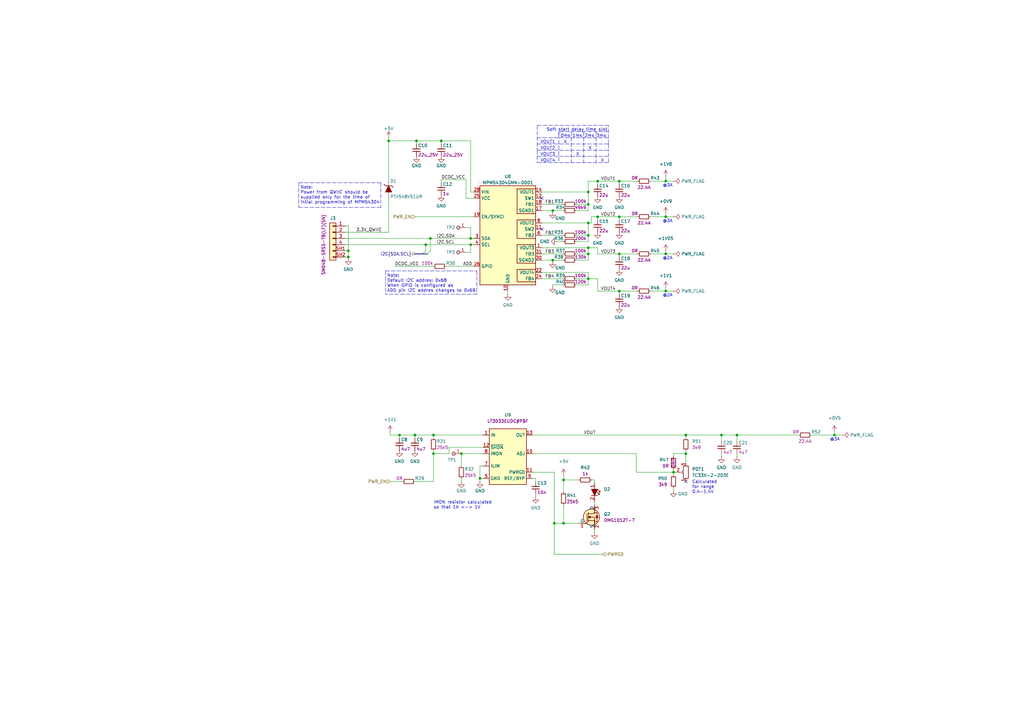
<source format=kicad_sch>
(kicad_sch (version 20211123) (generator eeschema)
  (paper "A3")
  (title_block (title "LPDDR5 SO-DIMM") (date "2023-12-19") (rev "1.0.0"))
  (junction (at 193.04 97.79))
  (junction (at 254 119.38))
  (junction (at 276.225 193.675))
  (junction (at 245.11 88.9))
  (junction (at 163.83 178.435))
  (junction (at 193.04 100.33))
  (junction (at 281.305 178.435))
  (junction (at 180.975 57.785))
  (junction (at 241.3 96.52))
  (junction (at 170.18 178.435))
  (junction (at 281.305 186.055))
  (junction (at 295.91 178.435))
  (junction (at 241.3 104.14))
  (junction (at 177.8 178.435))
  (junction (at 227.33 214.63))
  (junction (at 302.26 178.435))
  (junction (at 241.3 91.44))
  (junction (at 196.85 196.215))
  (junction (at 142.875 105.41))
  (junction (at 142.875 102.87))
  (junction (at 176.53 97.79))
  (junction (at 254 104.14))
  (junction (at 245.11 74.295))
  (junction (at 226.695 106.68))
  (junction (at 254 74.295))
  (junction (at 177.8 186.055))
  (junction (at 273.05 74.295))
  (junction (at 241.3 83.82))
  (junction (at 273.05 104.14))
  (junction (at 342.265 178.435))
  (junction (at 273.05 88.9))
  (junction (at 174.625 100.33))
  (junction (at 189.23 186.055))
  (junction (at 231.14 196.85))
  (junction (at 241.3 78.74))
  (junction (at 241.3 114.3))
  (junction (at 231.14 214.63))
  (junction (at 241.3 101.6))
  (junction (at 159.385 57.785))
  (junction (at 254 88.9))
  (junction (at 273.05 119.38))
  (junction (at 170.815 57.785))
  (junction (at 226.695 86.36))
  (no_connect (at 222.25 93.98))
  (no_connect (at 281.305 197.485))
  (no_connect (at 222.25 81.28))
  (bus_entry (at 174.625 102.87) (size -1.27 1.27))
  (bus_entry (at 176.53 102.87) (size -1.27 1.27))
  (wire (pts (xy 242.57 91.44) (xy 242.57 88.9)))
  (polyline (pts (xy 220.345 51.435) (xy 220.345 61.595)))
  (wire (pts (xy 180.975 73.66) (xy 180.975 74.93)))
  (wire (pts (xy 231.14 86.36) (xy 226.695 86.36)))
  (wire (pts (xy 231.14 194.945) (xy 231.14 196.85)))
  (wire (pts (xy 245.11 104.14) (xy 254 104.14)))
  (wire (pts (xy 218.44 196.215) (xy 219.71 196.215)))
  (wire (pts (xy 277.495 193.675) (xy 276.225 193.675)))
  (wire (pts (xy 219.71 202.565) (xy 219.71 203.835)))
  (polyline (pts (xy 195.58 120.65) (xy 158.115 120.65)))
  (wire (pts (xy 227.33 227.33) (xy 247.65 227.33)))
  (wire (pts (xy 191.135 93.345) (xy 193.04 93.345)))
  (wire (pts (xy 236.22 106.68) (xy 241.3 106.68)))
  (wire (pts (xy 245.11 88.9) (xy 245.11 90.17)))
  (wire (pts (xy 242.57 196.85) (xy 243.84 196.85)))
  (polyline (pts (xy 229.235 55.245) (xy 229.235 66.675)))
  (wire (pts (xy 198.12 183.515) (xy 184.15 183.515)))
  (wire (pts (xy 182.88 109.22) (xy 194.31 109.22)))
  (polyline (pts (xy 249.555 59.055) (xy 249.555 61.595)))
  (polyline (pts (xy 249.555 59.055) (xy 249.555 51.435)))
  (wire (pts (xy 163.83 178.435) (xy 170.18 178.435)))
  (polyline (pts (xy 244.475 53.975) (xy 244.475 66.675)))
  (wire (pts (xy 177.8 109.22) (xy 161.925 109.22)))
  (wire (pts (xy 222.25 111.76) (xy 241.3 111.76)))
  (wire (pts (xy 170.18 178.435) (xy 170.18 179.705)))
  (wire (pts (xy 276.225 187.325) (xy 276.225 186.055)))
  (wire (pts (xy 245.11 74.295) (xy 254 74.295)))
  (polyline (pts (xy 122.555 74.93) (xy 156.21 74.93)))
  (wire (pts (xy 245.11 74.295) (xy 245.11 75.565)))
  (wire (pts (xy 276.225 193.675) (xy 276.225 194.945)))
  (wire (pts (xy 231.14 196.85) (xy 237.49 196.85)))
  (wire (pts (xy 180.975 57.785) (xy 180.975 59.055)))
  (wire (pts (xy 266.7 74.295) (xy 273.05 74.295)))
  (wire (pts (xy 231.14 214.63) (xy 237.49 214.63)))
  (wire (pts (xy 302.26 178.435) (xy 302.26 180.975)))
  (wire (pts (xy 302.26 178.435) (xy 327.66 178.435)))
  (wire (pts (xy 222.25 114.3) (xy 231.14 114.3)))
  (wire (pts (xy 281.305 179.705) (xy 281.305 178.435)))
  (wire (pts (xy 191.135 103.505) (xy 193.04 103.505)))
  (polyline (pts (xy 220.345 61.595) (xy 220.345 66.675)))
  (wire (pts (xy 177.8 178.435) (xy 198.12 178.435)))
  (wire (pts (xy 163.83 178.435) (xy 163.83 179.705)))
  (wire (pts (xy 141.605 100.33) (xy 174.625 100.33)))
  (wire (pts (xy 189.23 196.215) (xy 189.23 197.485)))
  (wire (pts (xy 226.695 86.36) (xy 226.695 86.995)))
  (polyline (pts (xy 158.115 111.125) (xy 195.58 111.125)))
  (wire (pts (xy 254 74.295) (xy 254 75.565)))
  (wire (pts (xy 266.7 104.14) (xy 273.05 104.14)))
  (wire (pts (xy 196.85 196.215) (xy 198.12 196.215)))
  (wire (pts (xy 227.33 193.675) (xy 227.33 214.63)))
  (polyline (pts (xy 249.555 53.975) (xy 229.235 53.975)))
  (wire (pts (xy 295.91 186.055) (xy 295.91 187.325)))
  (wire (pts (xy 226.695 106.68) (xy 231.14 106.68)))
  (wire (pts (xy 241.3 116.84) (xy 241.3 114.3)))
  (bus (pts (xy 175.26 104.14) (xy 173.355 104.14)))
  (wire (pts (xy 254 104.14) (xy 254 105.41)))
  (wire (pts (xy 241.3 91.44) (xy 241.3 96.52)))
  (wire (pts (xy 273.05 88.9) (xy 276.225 88.9)))
  (wire (pts (xy 236.22 83.82) (xy 241.3 83.82)))
  (wire (pts (xy 222.25 91.44) (xy 241.3 91.44)))
  (wire (pts (xy 170.18 88.9) (xy 194.31 88.9)))
  (wire (pts (xy 226.695 106.68) (xy 226.695 107.315)))
  (wire (pts (xy 142.875 102.87) (xy 142.875 105.41)))
  (wire (pts (xy 196.85 197.485) (xy 196.85 196.215)))
  (polyline (pts (xy 220.345 56.515) (xy 249.555 56.515)))
  (wire (pts (xy 196.85 191.135) (xy 196.85 196.215)))
  (polyline (pts (xy 220.345 59.055) (xy 249.555 59.055)))
  (wire (pts (xy 241.3 86.36) (xy 241.3 83.82)))
  (wire (pts (xy 184.15 183.515) (xy 184.15 186.055)))
  (wire (pts (xy 222.25 96.52) (xy 231.14 96.52)))
  (wire (pts (xy 198.12 186.055) (xy 189.23 186.055)))
  (wire (pts (xy 241.3 74.295) (xy 245.11 74.295)))
  (wire (pts (xy 243.84 205.74) (xy 243.84 207.01)))
  (wire (pts (xy 342.265 178.435) (xy 345.44 178.435)))
  (wire (pts (xy 231.14 196.85) (xy 231.14 201.93)))
  (wire (pts (xy 193.04 97.79) (xy 194.31 97.79)))
  (wire (pts (xy 189.23 186.055) (xy 189.23 191.135)))
  (wire (pts (xy 254 74.295) (xy 261.62 74.295)))
  (wire (pts (xy 254 119.38) (xy 261.62 119.38)))
  (polyline (pts (xy 229.235 53.975) (xy 229.235 55.245)))
  (wire (pts (xy 266.7 88.9) (xy 273.05 88.9)))
  (wire (pts (xy 228.6 99.06) (xy 231.14 99.06)))
  (wire (pts (xy 218.44 193.675) (xy 227.33 193.675)))
  (wire (pts (xy 159.385 56.515) (xy 159.385 57.785)))
  (wire (pts (xy 198.12 191.135) (xy 196.85 191.135)))
  (wire (pts (xy 142.875 92.71) (xy 141.605 92.71)))
  (wire (pts (xy 176.53 97.79) (xy 193.04 97.79)))
  (wire (pts (xy 193.04 103.505) (xy 193.04 100.33)))
  (wire (pts (xy 174.625 100.33) (xy 193.04 100.33)))
  (polyline (pts (xy 158.115 111.125) (xy 158.115 120.65)))
  (polyline (pts (xy 195.58 111.125) (xy 195.58 120.65)))
  (wire (pts (xy 266.7 119.38) (xy 273.05 119.38)))
  (wire (pts (xy 245.11 114.3) (xy 245.11 119.38)))
  (wire (pts (xy 227.33 214.63) (xy 231.14 214.63)))
  (wire (pts (xy 184.15 186.055) (xy 177.8 186.055)))
  (wire (pts (xy 254 88.9) (xy 261.62 88.9)))
  (wire (pts (xy 236.22 114.3) (xy 241.3 114.3)))
  (polyline (pts (xy 229.235 53.975) (xy 229.235 55.245)))
  (polyline (pts (xy 156.21 85.09) (xy 122.555 85.09)))
  (wire (pts (xy 222.25 83.82) (xy 231.14 83.82)))
  (polyline (pts (xy 249.555 51.435) (xy 220.345 51.435)))
  (wire (pts (xy 160.02 197.485) (xy 165.1 197.485)))
  (wire (pts (xy 254 119.38) (xy 254 120.65)))
  (wire (pts (xy 227.33 214.63) (xy 227.33 227.33)))
  (wire (pts (xy 160.02 178.435) (xy 163.83 178.435)))
  (wire (pts (xy 241.3 104.14) (xy 241.3 106.68)))
  (wire (pts (xy 236.22 104.14) (xy 241.3 104.14)))
  (wire (pts (xy 141.605 97.79) (xy 176.53 97.79)))
  (wire (pts (xy 191.135 81.28) (xy 191.135 73.66)))
  (wire (pts (xy 218.44 178.435) (xy 281.305 178.435)))
  (wire (pts (xy 142.875 105.41) (xy 142.875 106.045)))
  (wire (pts (xy 302.26 186.055) (xy 302.26 187.325)))
  (wire (pts (xy 281.305 178.435) (xy 295.91 178.435)))
  (wire (pts (xy 241.3 101.6) (xy 241.3 104.14)))
  (wire (pts (xy 281.305 184.785) (xy 281.305 186.055)))
  (wire (pts (xy 276.225 192.405) (xy 276.225 193.675)))
  (wire (pts (xy 243.84 217.17) (xy 243.84 218.44)))
  (wire (pts (xy 273.05 104.14) (xy 276.225 104.14)))
  (wire (pts (xy 236.22 116.84) (xy 241.3 116.84)))
  (polyline (pts (xy 220.345 66.675) (xy 249.555 66.675)))
  (wire (pts (xy 260.985 186.055) (xy 260.985 193.675)))
  (wire (pts (xy 174.625 100.33) (xy 174.625 102.87)))
  (wire (pts (xy 222.25 106.68) (xy 226.695 106.68)))
  (wire (pts (xy 260.985 193.675) (xy 276.225 193.675)))
  (wire (pts (xy 170.18 178.435) (xy 177.8 178.435)))
  (wire (pts (xy 159.385 57.785) (xy 170.815 57.785)))
  (wire (pts (xy 176.53 97.79) (xy 176.53 102.87)))
  (wire (pts (xy 273.05 74.295) (xy 276.225 74.295)))
  (wire (pts (xy 218.44 186.055) (xy 260.985 186.055)))
  (wire (pts (xy 245.11 119.38) (xy 254 119.38)))
  (wire (pts (xy 141.605 102.87) (xy 142.875 102.87)))
  (wire (pts (xy 254 104.14) (xy 261.62 104.14)))
  (polyline (pts (xy 156.21 74.93) (xy 156.21 85.09)))
  (wire (pts (xy 222.25 78.74) (xy 241.3 78.74)))
  (wire (pts (xy 159.385 57.785) (xy 159.385 73.66)))
  (polyline (pts (xy 220.345 64.135) (xy 249.555 64.135)))
  (wire (pts (xy 241.3 114.3) (xy 241.3 111.76)))
  (wire (pts (xy 226.695 116.84) (xy 226.695 117.475)))
  (wire (pts (xy 245.11 88.9) (xy 254 88.9)))
  (wire (pts (xy 177.8 178.435) (xy 177.8 179.705)))
  (wire (pts (xy 177.8 197.485) (xy 177.8 186.055)))
  (wire (pts (xy 342.265 177.165) (xy 342.265 178.435)))
  (wire (pts (xy 273.05 102.87) (xy 273.05 104.14)))
  (wire (pts (xy 170.815 57.785) (xy 170.815 59.055)))
  (wire (pts (xy 295.91 178.435) (xy 295.91 180.975)))
  (wire (pts (xy 241.3 99.06) (xy 241.3 96.52)))
  (wire (pts (xy 160.02 177.165) (xy 160.02 178.435)))
  (wire (pts (xy 222.25 101.6) (xy 241.3 101.6)))
  (wire (pts (xy 273.05 72.39) (xy 273.05 74.295)))
  (wire (pts (xy 170.18 197.485) (xy 177.8 197.485)))
  (wire (pts (xy 177.8 186.055) (xy 177.8 184.785)))
  (wire (pts (xy 236.22 96.52) (xy 241.3 96.52)))
  (wire (pts (xy 193.04 100.33) (xy 194.31 100.33)))
  (wire (pts (xy 180.975 57.785) (xy 193.04 57.785)))
  (wire (pts (xy 273.05 119.38) (xy 276.225 119.38)))
  (polyline (pts (xy 220.345 61.595) (xy 249.555 61.595)))
  (wire (pts (xy 193.04 97.79) (xy 193.04 93.345)))
  (wire (pts (xy 241.3 74.295) (xy 241.3 78.74)))
  (wire (pts (xy 222.25 86.36) (xy 226.695 86.36)))
  (wire (pts (xy 231.14 207.01) (xy 231.14 214.63)))
  (wire (pts (xy 219.71 196.215) (xy 219.71 197.485)))
  (wire (pts (xy 276.225 186.055) (xy 281.305 186.055)))
  (wire (pts (xy 222.25 104.14) (xy 231.14 104.14)))
  (wire (pts (xy 191.135 73.66) (xy 180.975 73.66)))
  (wire (pts (xy 254 88.9) (xy 254 90.17)))
  (wire (pts (xy 141.605 95.25) (xy 159.385 95.25)))
  (wire (pts (xy 208.28 119.38) (xy 208.28 120.65)))
  (wire (pts (xy 332.74 178.435) (xy 342.265 178.435)))
  (wire (pts (xy 281.305 186.055) (xy 281.305 189.865)))
  (wire (pts (xy 245.11 101.6) (xy 245.11 104.14)))
  (polyline (pts (xy 122.555 74.93) (xy 122.555 85.09)))
  (wire (pts (xy 141.605 105.41) (xy 142.875 105.41)))
  (wire (pts (xy 295.91 178.435) (xy 302.26 178.435)))
  (wire (pts (xy 242.57 88.9) (xy 245.11 88.9)))
  (wire (pts (xy 193.04 78.74) (xy 194.31 78.74)))
  (wire (pts (xy 243.84 196.85) (xy 243.84 198.12)))
  (wire (pts (xy 241.3 78.74) (xy 241.3 83.82)))
  (wire (pts (xy 273.05 118.11) (xy 273.05 119.38)))
  (wire (pts (xy 276.225 200.025) (xy 276.225 201.295)))
  (wire (pts (xy 236.22 99.06) (xy 241.3 99.06)))
  (wire (pts (xy 159.385 81.28) (xy 159.385 95.25)))
  (bus (pts (xy 173.355 104.14) (xy 170.18 104.14)))
  (wire (pts (xy 142.875 102.87) (xy 142.875 92.71)))
  (wire (pts (xy 241.3 101.6) (xy 245.11 101.6)))
  (wire (pts (xy 245.11 114.3) (xy 241.3 114.3)))
  (wire (pts (xy 231.14 116.84) (xy 226.695 116.84)))
  (wire (pts (xy 236.22 86.36) (xy 241.3 86.36)))
  (wire (pts (xy 273.05 87.63) (xy 273.05 88.9)))
  (wire (pts (xy 170.815 57.785) (xy 180.975 57.785)))
  (wire (pts (xy 191.135 81.28) (xy 194.31 81.28)))
  (polyline (pts (xy 234.315 53.975) (xy 234.315 66.675)))
  (wire (pts (xy 241.3 91.44) (xy 242.57 91.44)))
  (polyline (pts (xy 239.395 53.975) (xy 239.395 66.675)))
  (polyline (pts (xy 249.555 66.675) (xy 249.555 61.595)))
  (wire (pts (xy 193.04 57.785) (xy 193.04 78.74)))
  (text "@2A" (at 271.78 121.92 0) (effects (font (size 1.27 1.27)) (justify left bottom)))
  (text "Soft start delay time slot" (at 224.155 53.975 0) (effects (font (size 1.27 1.27)) (justify left bottom)))
  (text "X" (at 236.22 64.135 0) (effects (font (size 1.27 1.27)) (justify left bottom)))
  (text "@2A" (at 271.78 106.68 0) (effects (font (size 1.27 1.27)) (justify left bottom)))
  (text "VOUT4" (at 221.615 66.675 0) (effects (font (size 1.27 1.27)) (justify left bottom)))
  (text "VOUT1" (at 221.615 59.055 0) (effects (font (size 1.27 1.27)) (justify left bottom)))
  (text "@3A" (at 271.78 91.44 0) (effects (font (size 1.27 1.27)) (justify left bottom)))
  (text "Note: \nDefault I2C addres: 0x68\nWhen GPIO is configured as \nADD pin I2C addres changes to 0x6B" (at 158.75 120.015 0) (effects (font (size 1.27 1.27)) (justify left bottom)))
  (text "Note:\nPower from QWIIC should be\nsupplied only for the time of\nintial programming of MPM54304\n" (at 123.19 83.82 0) (effects (font (size 1.27 1.27)) (justify left bottom)))
  (text "Calculated\nfor range\n0.4-1.4V" (at 283.845 202.565 0) (effects (font (size 1.27 1.27)) (justify left bottom)))
  (text "X" (at 241.3 61.595 0) (effects (font (size 1.27 1.27)) (justify left bottom)))
  (text "VOUT3" (at 221.615 64.135 0) (effects (font (size 1.27 1.27)) (justify left bottom)))
  (text "@3A" (at 340.36 180.975 0) (effects (font (size 1.27 1.27)) (justify left bottom)))
  (text "X" (at 246.38 66.675 0) (effects (font (size 1.27 1.27)) (justify left bottom)))
  (text "VOUT2" (at 221.615 61.595 0) (effects (font (size 1.27 1.27)) (justify left bottom)))
  (text "@3A" (at 271.78 76.835 0) (effects (font (size 1.27 1.27)) (justify left bottom)))
  (text "0ms 1ms 2ms 3ms" (at 229.87 56.515 0) (effects (font (size 1.27 1.27)) (justify left bottom)))
  (text "X" (at 231.14 59.055 0) (effects (font (size 1.27 1.27)) (justify left bottom)))
  (text "IMON resistor calculated\nso that 1A <-> 1V" (at 177.8 208.915 0) (effects (font (size 1.27 1.27)) (justify left bottom)))
  (label "FB1" (at 227.33 83.82 180))
  (label "VOUT" (at 239.395 178.435 0))
  (label "FB2" (at 227.33 96.52 180))
  (label "VOUT3" (at 246.38 104.14 0))
  (label "VOUT2" (at 246.38 88.9 0))
  (label "VOUT4" (at 246.38 119.38 0))
  (label "I2C.SCL" (at 179.07 100.33 0))
  (label "FB4" (at 227.33 114.3 180))
  (label "FB3" (at 227.33 104.14 180))
  (label "ADD" (at 189.865 109.22 0))
  (label "DCDC_VCC" (at 161.925 109.22 0))
  (label "I2C.SDA" (at 179.07 97.79 0))
  (label "DCDC_VCC" (at 180.975 73.66 0))
  (label "3.3V_QWIIC" (at 146.05 95.25 0))
  (label "VOUT1" (at 246.38 74.295 0))
  (hierarchical_label "PWRGD" (shape output) (at 247.65 227.33 0))
  (hierarchical_label "PWR_EN" (shape input) (at 160.02 197.485 180))
  (hierarchical_label "PWR_EN" (shape input) (at 170.18 88.9 180))
  (hierarchical_label "I2C{SDA,SCL}" (shape bidirectional) (at 170.18 104.14 180))
  (symbol (lib_id "antmicropower:+1V05") (at 273.05 102.87 0) (unit 1)
    (property "Reference" "#PWR0149" (effects hide))
    (property "Value" "+1V05" (at 273.05 97.79 0))
  )
  (symbol (lib_id "antmicroCapacitors0402:C_4u7_0402") (at 170.18 184.785 90) (unit 1)
    (property "Reference" "C9" (at 170.815 180.34 90) (effects (justify right)))
    (property "Value" "C_4u7_0402" (effects hide))
    (property "Footprint" "antmicro-footprints:C_0402_1005Metric" (effects hide))
    (property "Datasheet" "https://www.murata.com/products/productdetail?partno=GRM155R61A475MEAA%23" (effects hide))
    (property "MPN" "GRM155R61A475MEAAD" (effects hide))
    (property "Manufacturer" "Murata" (effects hide))
    (property "License" "Apache-2.0" (effects hide))
    (property "Author" "Antmicro" (effects hide))
    (property "Val" "4u7" (at 170.815 184.15 90) (effects (justify right)))
  )
  (symbol (lib_id "antmicroResistors0402:R_3k9_0402") (at 276.225 200.025 90) (unit 1)
    (property "Reference" "R50" (at 273.685 196.2149 90) (effects (justify left)))
    (property "Value" "R_3k9_0402" (effects hide))
    (property "Footprint" "antmicro-footprints:R_0402_1005Metric" (effects hide))
    (property "Datasheet" "https://www.bourns.com/docs/product-datasheets/cr.pdf" (effects hide))
    (property "MPN" "CR0402-FX-3901GLF" (effects hide))
    (property "Manufacturer" "Bourns" (effects hide))
    (property "License" "Apache-2.0" (effects hide))
    (property "Author" "Antmicro" (effects hide))
    (property "Val" "3k9" (at 273.685 198.7549 90) (effects (justify left)))
    (property "Tolerance" "1%" (effects hide))
  )
  (symbol (lib_id "antmicropower:PWR_FLAG") (at 276.225 119.38 270) (unit 1)
    (property "Reference" "#FLG0102" (effects hide))
    (property "Value" "PWR_FLAG" (at 279.4 119.38 90) (effects (justify left)))
  )
  (symbol (lib_id "antmicropower:GND") (at 189.23 197.485 0) (unit 1)
    (property "Reference" "#PWR0166" (effects hide))
    (property "Value" "GND" (at 189.23 201.295 0))
    (property "Author" "Antmicro" (effects hide))
    (property "License" "Apache-2.0" (effects hide))
  )
  (symbol (lib_id "antmicroCapacitors0603:C_22u_0603") (at 254 95.25 90) (unit 1)
    (property "Reference" "C17" (at 254.635 90.805 90) (effects (justify right)))
    (property "Value" "C_22u_0603" (effects hide))
    (property "Footprint" "antmicro-footprints:C_0603_1608Metric" (effects hide))
    (property "Datasheet" "https://www.murata.com/products/productdetail?partno=GRM188R60J226MEA0%23" (effects hide))
    (property "MPN" "GRM188R60J226MEA0D" (effects hide))
    (property "Manufacturer" "Murata" (effects hide))
    (property "License" "Apache-2.0" (effects hide))
    (property "Author" "Antmicro" (effects hide))
    (property "Val" "22u" (at 254.635 94.615 90) (effects (justify right)))
  )
  (symbol (lib_id "antmicroCapacitors0402:C_10n_0402") (at 219.71 202.565 90) (unit 1)
    (property "Reference" "C13" (at 220.345 198.12 90) (effects (justify right)))
    (property "Value" "C_10n_0402" (effects hide))
    (property "Footprint" "antmicro-footprints:C_0402_1005Metric" (effects hide))
    (property "Datasheet" "https://www.murata.com/products/productdetail?partno=GRM155R71H103KA88%23" (effects hide))
    (property "MPN" "GRM155R71H103KA88D" (effects hide))
    (property "Manufacturer" "Murata" (effects hide))
    (property "License" "Apache-2.0" (effects hide))
    (property "Author" "Antmicro" (effects hide))
    (property "Val" "10n" (at 220.345 201.93 90) (effects (justify right)))
    (property "Voltage" "50V" (effects hide))
    (property "Dielectric" "X7R" (effects hide))
  )
  (symbol (lib_id "antmicroPMICVoltageRegulatorsDCDCSwitchingRegulators:MPM54304GMN-0001") (at 194.31 78.74 0) (unit 1)
    (property "Reference" "U8" (at 208.28 72.39 0))
    (property "Value" "MPM54304GMN-0001" (at 208.28 74.93 0))
    (property "Footprint" "antmicro-footprints:MPS_LGA-33" (effects hide))
    (property "Datasheet" "https://www.monolithicpower.com/en/documentview/productdocument/index/version/2/document_type/Datasheet/lang/en/sku/MPM54304/document_id/4982/" (effects hide))
    (property "MPN" "MPM54304GMN-0001" (effects hide))
    (property "Manufacturer" "Monolithic Power Systems" (effects hide))
    (property "Author" "Antmicro" (effects hide))
    (property "License" "Apache-2.0" (effects hide))
  )
  (symbol (lib_id "K410T-devboard:GND") (at 226.695 107.315 0) (unit 1)
    (property "Reference" "#PWR0221" (effects hide))
    (property "Value" "GND" (at 231.775 109.855 0) (effects (justify right)))
    (property "Author" "Antmicro" (effects hide))
    (property "License" "Apache-2.0" (effects hide))
  )
  (symbol (lib_id "antmicroCapacitorsmisc:C_22u_25V_0805") (at 170.815 64.135 90) (unit 1)
    (property "Reference" "C10" (at 171.45 59.69 90) (effects (justify right)))
    (property "Value" "C_22u_25V_0805" (effects hide))
    (property "Footprint" "antmicro-footprints:C_0805_2012Metric" (effects hide))
    (property "Datasheet" "https://product.samsungsem.com/mlcc/CL21A226MAYNNN.do" (effects hide))
    (property "MPN" "CL21A226MAYNNNE" (effects hide))
    (property "Manufacturer" "Samsung Electro-Mechanics" (effects hide))
    (property "License" "Apache-2.0" (effects hide))
    (property "Author" "Antmicro" (effects hide))
    (property "Val" "22u_25V" (at 171.45 63.5 90) (effects (justify right)))
  )
  (symbol (lib_id "antmicroTestPoints:TP_1mm_SMD") (at 191.135 103.505 0) (mirror y) (unit 1)
    (property "Reference" "TP3" (at 186.69 103.505 0) (effects (justify left)))
    (property "Value" "TP_1mm_SMD" (effects hide))
    (property "Footprint" "antmicro-footprints:TP_SMD_1mm" (effects hide))
    (property "Author" "Antmicro" (effects hide))
    (property "License" "Apache-2.0" (effects hide))
  )
  (symbol (lib_id "antmicroPMICVoltageRegulatorsLinear:LT3033EUDC_QFN") (at 198.12 178.435 0) (unit 1)
    (property "Reference" "U9" (at 208.28 170.18 0))
    (property "Value" "LT3033EUDC_QFN" (effects hide))
    (property "Footprint" "antmicro-footprints:QFN-20-4EP_3x4x0.75mm_P0.5mm_Layout4x6_LT3033" (effects hide))
    (property "Datasheet" "https://www.analog.com/media/en/technical-documentation/data-sheets/LT3033.pdf" (effects hide))
    (property "MPN" "LT3033EUDC#PBF" (at 208.28 172.72 0))
    (property "Manufacturer" "Analog Devices" (effects hide))
    (property "Author" "Antmicro" (effects hide))
    (property "License" "Apache-2.0" (effects hide))
  )
  (symbol (lib_id "antmicroResistors0402:R_49k9_0402") (at 231.14 86.36 0) (unit 1)
    (property "Reference" "R34" (at 229.87 85.09 0))
    (property "Value" "R_49k9_0402" (effects hide))
    (property "Footprint" "antmicro-footprints:R_0402_1005Metric" (effects hide))
    (property "Datasheet" "https://www.bourns.com/docs/product-datasheets/cr.pdf" (effects hide))
    (property "MPN" "CR0402-FX-4992GLF" (effects hide))
    (property "Manufacturer" "Bourns" (effects hide))
    (property "License" "Apache-2.0" (effects hide))
    (property "Author" "Antmicro" (effects hide))
    (property "Val" "49k9" (at 238.125 85.09 0))
    (property "Tolerance" "1%" (effects hide))
  )
  (symbol (lib_id "K410T-devboard:GND") (at 226.695 86.995 0) (unit 1)
    (property "Reference" "#PWR0225" (effects hide))
    (property "Value" "GND" (at 231.775 89.535 0) (effects (justify right)))
    (property "Author" "Antmicro" (effects hide))
    (property "License" "Apache-2.0" (effects hide))
  )
  (symbol (lib_id "antmicropower:+0V9") (at 273.05 87.63 0) (unit 1)
    (property "Reference" "#PWR0208" (effects hide))
    (property "Value" "+0V9" (at 273.05 82.55 0))
  )
  (symbol (lib_id "antmicropower:+5V") (at 231.14 194.945 0) (unit 1)
    (property "Reference" "#PWR0212" (effects hide))
    (property "Value" "+5V" (at 231.14 189.23 0))
    (property "Author" "Antmicro" (effects hide))
    (property "License" "Apache-2.0" (effects hide))
  )
  (symbol (lib_id "antmicroResistors0402:R_25k5_0402") (at 177.8 184.785 90) (unit 1)
    (property "Reference" "R31" (at 179.07 180.975 90) (effects (justify right)))
    (property "Value" "R_25k5_0402" (effects hide))
    (property "Footprint" "antmicro-footprints:R_0402_1005Metric" (effects hide))
    (property "Datasheet" "https://www.bourns.com/docs/product-datasheets/cr.pdf" (effects hide))
    (property "MPN" "CR0402-FX-2552GLF" (effects hide))
    (property "Manufacturer" "Bourns" (effects hide))
    (property "License" "Apache-2.0" (effects hide))
    (property "Author" "Antmicro" (effects hide))
    (property "Val" "25k5" (at 179.07 183.515 90) (effects (justify right)))
    (property "Tolerance" "1%" (effects hide))
  )
  (symbol (lib_id "antmicroResistors0603:R_0R_22.4A_0603") (at 266.7 88.9 0) (mirror y) (unit 1)
    (property "Reference" "R44" (at 266.7 87.63 0) (effects (justify right)))
    (property "Value" "R_0R_22.4A_0603" (effects hide))
    (property "Footprint" "antmicro-footprints:R_0603_1608Metric" (effects hide))
    (property "Datasheet" "https://fscdn.rohm.com/en/products/databook/datasheet/passive/resistor/chip_resistor/pmr-jpw-e.pdf" (effects hide))
    (property "MPN" "PMR03EZPJ000" (effects hide))
    (property "Manufacturer" "ROHM Semiconductor" (effects hide))
    (property "Val" "0R" (at 260.35 87.63 0))
    (property "Max. Curr." "22.4A" (at 264.16 91.44 0))
    (property "Author" "Antmicro" (effects hide))
    (property "License" "Apache-2.0" (effects hide))
    (property "Tolerance" "template_tolerance" (effects hide))
  )
  (symbol (lib_id "antmicropower:GND") (at 243.84 218.44 0) (unit 1)
    (property "Reference" "#PWR0210" (effects hide))
    (property "Value" "GND" (at 243.84 222.885 0))
    (property "Author" "Antmicro" (effects hide))
    (property "License" "Apache-2.0" (effects hide))
  )
  (symbol (lib_id "antmicroCapacitors0402:C_4u7_0402") (at 302.26 186.055 90) (unit 1)
    (property "Reference" "C21" (at 302.895 181.61 90) (effects (justify right)))
    (property "Value" "C_4u7_0402" (effects hide))
    (property "Footprint" "antmicro-footprints:C_0402_1005Metric" (effects hide))
    (property "Datasheet" "https://www.murata.com/products/productdetail?partno=GRM155R61A475MEAA%23" (effects hide))
    (property "MPN" "GRM155R61A475MEAAD" (effects hide))
    (property "Manufacturer" "Murata" (effects hide))
    (property "License" "Apache-2.0" (effects hide))
    (property "Author" "Antmicro" (effects hide))
    (property "Val" "4u7" (at 302.895 185.42 90) (effects (justify right)))
  )
  (symbol (lib_id "antmicroResistors0402:R_100k_0402") (at 177.8 109.22 0) (unit 1)
    (property "Reference" "R30" (at 182.88 107.95 0) (effects (justify left)))
    (property "Value" "R_100k_0402" (effects hide))
    (property "Footprint" "antmicro-footprints:R_0402_1005Metric" (effects hide))
    (property "Datasheet" "https://www.bourns.com/docs/product-datasheets/cr.pdf" (effects hide))
    (property "MPN" "CR0402-FX-1003GLF" (effects hide))
    (property "Manufacturer" "Bourns" (effects hide))
    (property "License" "Apache-2.0" (effects hide))
    (property "Author" "Antmicro" (effects hide))
    (property "Val" "100k" (at 175.26 107.95 0))
    (property "Tolerance" "1%" (effects hide))
  )
  (symbol (lib_id "antmicropower:+1V8") (at 273.05 72.39 0) (unit 1)
    (property "Reference" "#PWR0209" (effects hide))
    (property "Value" "+1V8" (at 273.05 67.31 0))
    (property "Author" "Antmicro" (effects hide))
    (property "License" "Apache-2.0" (effects hide))
  )
  (symbol (lib_id "antmicroLEDIndicationDiscrete:LED_G_0603_KP-1608CGCK") (at 243.84 198.12 270) (unit 1)
    (property "Reference" "D2" (at 247.65 200.6599 90) (effects (justify left)))
    (property "Value" "LED_G_0603_KP-1608CGCK" (effects hide))
    (property "Footprint" "antmicro-footprints:LED_0603_1608Metric_G" (effects hide))
    (property "Datasheet" "http://www.farnell.com/datasheets/2045956.pdf" (effects hide))
    (property "MPN" "KP-1608CGCK" (effects hide))
    (property "Manufacturer" "Kingbright" (effects hide))
    (property "Author" "Antmicro" (effects hide))
    (property "License" "Apache-2.0" (effects hide))
  )
  (symbol (lib_id "antmicropower:GND") (at 245.11 80.645 0) (unit 1)
    (property "Reference" "#PWR0223" (effects hide))
    (property "Value" "GND" (at 245.11 85.09 0))
    (property "Author" "Antmicro" (effects hide))
    (property "License" "Apache-2.0" (effects hide))
  )
  (symbol (lib_id "antmicroResistors0402:R_100k_0402") (at 231.14 96.52 0) (unit 1)
    (property "Reference" "R35" (at 229.235 95.25 0))
    (property "Value" "R_100k_0402" (effects hide))
    (property "Footprint" "antmicro-footprints:R_0402_1005Metric" (effects hide))
    (property "Datasheet" "https://www.bourns.com/docs/product-datasheets/cr.pdf" (effects hide))
    (property "MPN" "CR0402-FX-1003GLF" (effects hide))
    (property "Manufacturer" "Bourns" (effects hide))
    (property "License" "Apache-2.0" (effects hide))
    (property "Author" "Antmicro" (effects hide))
    (property "Val" "100k" (at 238.125 95.25 0))
    (property "Tolerance" "1%" (effects hide))
  )
  (symbol (lib_id "antmicroResistors0402:R_0R_0402") (at 276.225 192.405 90) (unit 1)
    (property "Reference" "R47" (at 274.32 188.595 90) (effects (justify left)))
    (property "Value" "R_0R_0402" (effects hide))
    (property "Footprint" "antmicro-footprints:R_0402_1005Metric" (effects hide))
    (property "Datasheet" "https://industrial.panasonic.com/cdbs/www-data/pdf/RDA0000/AOA0000C301.pdf" (effects hide))
    (property "MPN" "ERJ2GE0R00X" (effects hide))
    (property "Manufacturer" "Panasonic" (effects hide))
    (property "License" "Apache-2.0" (effects hide))
    (property "Author" "Antmicro" (effects hide))
    (property "Val" "0R" (at 274.32 191.135 90) (effects (justify left)))
    (property "Current" "1A" (effects hide))
    (property "DNP" "DNP" (at 276.225 191.77 0) (effects (justify left)))
  )
  (symbol (lib_id "antmicroCapacitors0402:C_4u7_0402") (at 163.83 184.785 90) (unit 1)
    (property "Reference" "C8" (at 164.465 180.34 90) (effects (justify right)))
    (property "Value" "C_4u7_0402" (effects hide))
    (property "Footprint" "antmicro-footprints:C_0402_1005Metric" (effects hide))
    (property "Datasheet" "https://www.murata.com/products/productdetail?partno=GRM155R61A475MEAA%23" (effects hide))
    (property "MPN" "GRM155R61A475MEAAD" (effects hide))
    (property "Manufacturer" "Murata" (effects hide))
    (property "License" "Apache-2.0" (effects hide))
    (property "Author" "Antmicro" (effects hide))
    (property "Val" "4u7" (at 164.465 184.15 90) (effects (justify right)))
  )
  (symbol (lib_id "antmicropower:GND") (at 254 80.645 0) (unit 1)
    (property "Reference" "#PWR0207" (effects hide))
    (property "Value" "GND" (at 254 85.09 0))
    (property "Author" "Antmicro" (effects hide))
    (property "License" "Apache-2.0" (effects hide))
  )
  (symbol (lib_id "antmicropower:PWR_FLAG") (at 345.44 178.435 270) (unit 1)
    (property "Reference" "#FLG0103" (effects hide))
    (property "Value" "PWR_FLAG" (at 348.615 178.435 90) (effects (justify left)))
  )
  (symbol (lib_id "antmicropower:PWR_FLAG") (at 276.225 104.14 270) (unit 1)
    (property "Reference" "#FLG0101" (effects hide))
    (property "Value" "PWR_FLAG" (at 279.4 104.14 90) (effects (justify left)))
  )
  (symbol (lib_id "antmicroResistors0402:R_3k9_0402") (at 281.305 184.785 90) (unit 1)
    (property "Reference" "R51" (at 283.845 180.9749 90) (effects (justify right)))
    (property "Value" "R_3k9_0402" (effects hide))
    (property "Footprint" "antmicro-footprints:R_0402_1005Metric" (effects hide))
    (property "Datasheet" "https://www.bourns.com/docs/product-datasheets/cr.pdf" (effects hide))
    (property "MPN" "CR0402-FX-3901GLF" (effects hide))
    (property "Manufacturer" "Bourns" (effects hide))
    (property "License" "Apache-2.0" (effects hide))
    (property "Author" "Antmicro" (effects hide))
    (property "Val" "3k9" (at 283.845 183.5149 90) (effects (justify right)))
    (property "Tolerance" "1%" (effects hide))
  )
  (symbol (lib_id "antmicroCapacitors0603:C_22u_0603") (at 245.11 95.25 90) (unit 1)
    (property "Reference" "C15" (at 245.745 90.805 90) (effects (justify right)))
    (property "Value" "C_22u_0603" (effects hide))
    (property "Footprint" "antmicro-footprints:C_0603_1608Metric" (effects hide))
    (property "Datasheet" "https://www.murata.com/products/productdetail?partno=GRM188R60J226MEA0%23" (effects hide))
    (property "MPN" "GRM188R60J226MEA0D" (effects hide))
    (property "Manufacturer" "Murata" (effects hide))
    (property "License" "Apache-2.0" (effects hide))
    (property "Author" "Antmicro" (effects hide))
    (property "Val" "22u" (at 245.745 94.615 90) (effects (justify right)))
  )
  (symbol (lib_id "antmicroCapacitorsmisc:C_22u_25V_0805") (at 180.975 64.135 90) (unit 1)
    (property "Reference" "C11" (at 181.61 59.69 90) (effects (justify right)))
    (property "Value" "C_22u_25V_0805" (effects hide))
    (property "Footprint" "antmicro-footprints:C_0805_2012Metric" (effects hide))
    (property "Datasheet" "https://product.samsungsem.com/mlcc/CL21A226MAYNNN.do" (effects hide))
    (property "MPN" "CL21A226MAYNNNE" (effects hide))
    (property "Manufacturer" "Samsung Electro-Mechanics" (effects hide))
    (property "License" "Apache-2.0" (effects hide))
    (property "Author" "Antmicro" (effects hide))
    (property "Val" "22u_25V" (at 181.61 63.5 90) (effects (justify right)))
  )
  (symbol (lib_id "K410T-devboard:GND") (at 228.6 99.06 270) (unit 1)
    (property "Reference" "#PWR0220" (effects hide))
    (property "Value" "GND" (at 225.425 99.06 90) (effects (justify right)))
    (property "Author" "Antmicro" (effects hide))
    (property "License" "Apache-2.0" (effects hide))
  )
  (symbol (lib_id "antmicroTestPoints:TP_1mm_SMD") (at 191.135 93.345 0) (mirror y) (unit 1)
    (property "Reference" "TP2" (at 186.69 93.345 0) (effects (justify left)))
    (property "Value" "TP_1mm_SMD" (effects hide))
    (property "Footprint" "antmicro-footprints:TP_SMD_1mm" (effects hide))
    (property "Author" "Antmicro" (effects hide))
    (property "License" "Apache-2.0" (effects hide))
  )
  (symbol (lib_id "antmicropower:PWR_FLAG") (at 276.225 88.9 270) (unit 1)
    (property "Reference" "#FLG0104" (effects hide))
    (property "Value" "PWR_FLAG" (at 279.4 88.9 90) (effects (justify left)))
  )
  (symbol (lib_id "antmicropower:GND") (at 170.18 184.785 0) (unit 1)
    (property "Reference" "#PWR0157" (effects hide))
    (property "Value" "GND" (at 170.18 189.23 0))
    (property "Author" "Antmicro" (effects hide))
    (property "License" "Apache-2.0" (effects hide))
  )
  (symbol (lib_id "antmicroCapacitors0402:C_4u7_0402") (at 295.91 186.055 90) (unit 1)
    (property "Reference" "C20" (at 296.545 181.61 90) (effects (justify right)))
    (property "Value" "C_4u7_0402" (effects hide))
    (property "Footprint" "antmicro-footprints:C_0402_1005Metric" (effects hide))
    (property "Datasheet" "https://www.murata.com/products/productdetail?partno=GRM155R61A475MEAA%23" (effects hide))
    (property "MPN" "GRM155R61A475MEAAD" (effects hide))
    (property "Manufacturer" "Murata" (effects hide))
    (property "License" "Apache-2.0" (effects hide))
    (property "Author" "Antmicro" (effects hide))
    (property "Val" "4u7" (at 296.545 185.42 90) (effects (justify right)))
  )
  (symbol (lib_id "antmicropower:GND") (at 254 110.49 0) (unit 1)
    (property "Reference" "#PWR0153" (effects hide))
    (property "Value" "GND" (at 254 114.935 0))
    (property "Author" "Antmicro" (effects hide))
    (property "License" "Apache-2.0" (effects hide))
  )
  (symbol (lib_id "antmicropower:+0V5") (at 342.265 177.165 0) (unit 1)
    (property "Reference" "#PWR0167" (effects hide))
    (property "Value" "+0V5" (at 342.265 171.45 0))
  )
  (symbol (lib_id "antmicropower:GND") (at 196.85 197.485 0) (unit 1)
    (property "Reference" "#PWR0163" (effects hide))
    (property "Value" "GND" (at 196.85 201.295 0))
    (property "Author" "Antmicro" (effects hide))
    (property "License" "Apache-2.0" (effects hide))
  )
  (symbol (lib_id "antmicropower:GND") (at 276.225 201.295 0) (unit 1)
    (property "Reference" "#PWR0206" (effects hide))
    (property "Value" "GND" (at 280.035 202.565 0))
    (property "Author" "Antmicro" (effects hide))
    (property "License" "Apache-2.0" (effects hide))
  )
  (symbol (lib_id "antmicroCapacitors0603:C_22u_0603") (at 254 80.645 90) (unit 1)
    (property "Reference" "C16" (at 254.635 76.2 90) (effects (justify right)))
    (property "Value" "C_22u_0603" (effects hide))
    (property "Footprint" "antmicro-footprints:C_0603_1608Metric" (effects hide))
    (property "Datasheet" "https://www.murata.com/products/productdetail?partno=GRM188R60J226MEA0%23" (effects hide))
    (property "MPN" "GRM188R60J226MEA0D" (effects hide))
    (property "Manufacturer" "Murata" (effects hide))
    (property "License" "Apache-2.0" (effects hide))
    (property "Author" "Antmicro" (effects hide))
    (property "Val" "22u" (at 254.635 80.01 90) (effects (justify right)))
  )
  (symbol (lib_id "antmicroResistors0402:R_130k_0402") (at 231.14 106.68 0) (unit 1)
    (property "Reference" "R38" (at 229.235 105.41 0))
    (property "Value" "R_130k_0402" (effects hide))
    (property "Footprint" "antmicro-footprints:R_0402_1005Metric" (effects hide))
    (property "Datasheet" "https://www.bourns.com/docs/product-datasheets/cr.pdf" (effects hide))
    (property "MPN" "CR0402-FX-1303GLF" (effects hide))
    (property "Manufacturer" "Bourns" (effects hide))
    (property "License" "Apache-2.0" (effects hide))
    (property "Author" "Antmicro" (effects hide))
    (property "Val" "130k" (at 238.125 105.41 0))
    (property "Tolerance" "1%" (effects hide))
  )
  (symbol (lib_id "antmicropower:GND") (at 180.975 64.135 0) (unit 1)
    (property "Reference" "#PWR0219" (effects hide))
    (property "Value" "GND" (at 180.975 67.945 0))
    (property "Author" "Antmicro" (effects hide))
    (property "License" "Apache-2.0" (effects hide))
  )
  (symbol (lib_id "antmicropower:GND") (at 295.91 187.325 0) (unit 1)
    (property "Reference" "#PWR0204" (effects hide))
    (property "Value" "GND" (at 295.91 191.77 0))
    (property "Author" "Antmicro" (effects hide))
    (property "License" "Apache-2.0" (effects hide))
  )
  (symbol (lib_id "antmicroResistors0402:R_0R_0402") (at 165.1 197.485 0) (unit 1)
    (property "Reference" "R29" (at 170.18 196.215 0) (effects (justify left)))
    (property "Value" "R_0R_0402" (effects hide))
    (property "Footprint" "antmicro-footprints:R_0402_1005Metric" (effects hide))
    (property "Datasheet" "https://industrial.panasonic.com/cdbs/www-data/pdf/RDA0000/AOA0000C301.pdf" (effects hide))
    (property "MPN" "ERJ2GE0R00X" (effects hide))
    (property "Manufacturer" "Panasonic" (effects hide))
    (property "License" "Apache-2.0" (effects hide))
    (property "Author" "Antmicro" (effects hide))
    (property "Val" "0R" (at 163.83 196.215 0))
    (property "Current" "1A" (effects hide))
  )
  (symbol (lib_id "antmicropower:GND") (at 208.28 120.65 0) (unit 1)
    (property "Reference" "#PWR0214" (effects hide))
    (property "Value" "GND" (at 208.28 125.095 0))
    (property "Author" "Antmicro" (effects hide))
    (property "License" "Apache-2.0" (effects hide))
  )
  (symbol (lib_id "antmicropower:GND") (at 245.11 95.25 0) (unit 1)
    (property "Reference" "#PWR0224" (effects hide))
    (property "Value" "GND" (at 245.11 99.695 0))
    (property "Author" "Antmicro" (effects hide))
    (property "License" "Apache-2.0" (effects hide))
  )
  (symbol (lib_id "antmicroResistors0402:R_25k5_0402") (at 231.14 207.01 90) (unit 1)
    (property "Reference" "R41" (at 232.41 203.2 90) (effects (justify right)))
    (property "Value" "R_25k5_0402" (effects hide))
    (property "Footprint" "antmicro-footprints:R_0402_1005Metric" (effects hide))
    (property "Datasheet" "https://www.bourns.com/docs/product-datasheets/cr.pdf" (effects hide))
    (property "MPN" "CR0402-FX-2552GLF" (effects hide))
    (property "Manufacturer" "Bourns" (effects hide))
    (property "License" "Apache-2.0" (effects hide))
    (property "Author" "Antmicro" (effects hide))
    (property "Val" "25k5" (at 232.41 205.74 90) (effects (justify right)))
    (property "Tolerance" "1%" (effects hide))
  )
  (symbol (lib_id "antmicroResistors0402:R_100k_0402") (at 231.14 114.3 0) (unit 1)
    (property "Reference" "R39" (at 229.87 113.03 0))
    (property "Value" "R_100k_0402" (effects hide))
    (property "Footprint" "antmicro-footprints:R_0402_1005Metric" (effects hide))
    (property "Datasheet" "https://www.bourns.com/docs/product-datasheets/cr.pdf" (effects hide))
    (property "MPN" "CR0402-FX-1003GLF" (effects hide))
    (property "Manufacturer" "Bourns" (effects hide))
    (property "License" "Apache-2.0" (effects hide))
    (property "Author" "Antmicro" (effects hide))
    (property "Val" "100k" (at 238.125 113.03 0))
    (property "Tolerance" "1%" (effects hide))
  )
  (symbol (lib_id "antmicropower:GND") (at 163.83 184.785 0) (unit 1)
    (property "Reference" "#PWR0158" (effects hide))
    (property "Value" "GND" (at 163.83 189.23 0))
    (property "Author" "Antmicro" (effects hide))
    (property "License" "Apache-2.0" (effects hide))
  )
  (symbol (lib_id "antmicropower:+5V") (at 159.385 56.515 0) (unit 1)
    (property "Reference" "#PWR0217" (effects hide))
    (property "Value" "+5V" (at 159.385 52.705 0))
    (property "Author" "Antmicro" (effects hide))
    (property "License" "Apache-2.0" (effects hide))
  )
  (symbol (lib_id "antmicropower:+1V1") (at 273.05 118.11 0) (unit 1)
    (property "Reference" "#PWR0152" (effects hide))
    (property "Value" "+1V1" (at 273.05 113.03 0))
  )
  (symbol (lib_id "antmicropower:PWR_FLAG") (at 276.225 74.295 270) (unit 1)
    (property "Reference" "#FLG0105" (effects hide))
    (property "Value" "PWR_FLAG" (at 279.4 74.295 90) (effects (justify left)))
  )
  (symbol (lib_id "antmicropower:GND") (at 180.975 80.01 0) (unit 1)
    (property "Reference" "#PWR0216" (effects hide))
    (property "Value" "GND" (at 180.975 84.455 0))
    (property "Author" "Antmicro" (effects hide))
    (property "License" "Apache-2.0" (effects hide))
  )
  (symbol (lib_id "antmicroResistors0603:R_0R_22.4A_0603") (at 332.74 178.435 0) (mirror y) (unit 1)
    (property "Reference" "R52" (at 332.74 177.165 0) (effects (justify right)))
    (property "Value" "R_0R_22.4A_0603" (effects hide))
    (property "Footprint" "antmicro-footprints:R_0603_1608Metric" (effects hide))
    (property "Datasheet" "https://fscdn.rohm.com/en/products/databook/datasheet/passive/resistor/chip_resistor/pmr-jpw-e.pdf" (effects hide))
    (property "MPN" "PMR03EZPJ000" (effects hide))
    (property "Manufacturer" "ROHM Semiconductor" (effects hide))
    (property "Val" "0R" (at 326.39 177.165 0))
    (property "Max. Curr." "22.4A" (at 330.2 180.975 0))
    (property "Author" "Antmicro" (effects hide))
    (property "License" "Apache-2.0" (effects hide))
    (property "Tolerance" "template_tolerance" (effects hide))
  )
  (symbol (lib_id "antmicropower:GND") (at 142.875 106.045 0) (unit 1)
    (property "Reference" "#PWR0222" (effects hide))
    (property "Value" "GND" (at 142.875 110.49 0))
    (property "Author" "Antmicro" (effects hide))
    (property "License" "Apache-2.0" (effects hide))
  )
  (symbol (lib_id "antmicroTransistorsFETsMOSFETsSingle:DMG1012T-7") (at 237.49 214.63 0) (unit 1)
    (property "Reference" "Q2" (at 247.65 210.8199 0) (effects (justify left)))
    (property "Value" "DMG1012T-7" (effects hide))
    (property "Footprint" "antmicro-footprints:SOT-523" (effects hide))
    (property "Datasheet" "https://www.diodes.com/assets/Datasheets/ds31783.pdf" (effects hide))
    (property "MPN" "DMG1012T-7" (at 247.65 213.3599 0) (effects (justify left)))
    (property "Manufacturer" "Diodes Incorporated" (effects hide))
    (property "Author" "Antmicro" (effects hide))
    (property "License" "Apache-2.0" (effects hide))
  )
  (symbol (lib_id "antmicroResistors0603:R_0R_22.4A_0603") (at 266.7 104.14 0) (mirror y) (unit 1)
    (property "Reference" "R45" (at 266.7 102.87 0) (effects (justify right)))
    (property "Value" "R_0R_22.4A_0603" (effects hide))
    (property "Footprint" "antmicro-footprints:R_0603_1608Metric" (effects hide))
    (property "Datasheet" "https://fscdn.rohm.com/en/products/databook/datasheet/passive/resistor/chip_resistor/pmr-jpw-e.pdf" (effects hide))
    (property "MPN" "PMR03EZPJ000" (effects hide))
    (property "Manufacturer" "ROHM Semiconductor" (effects hide))
    (property "Val" "0R" (at 260.35 102.87 0))
    (property "Max. Curr." "22.4A" (at 264.16 106.68 0))
    (property "Author" "Antmicro" (effects hide))
    (property "License" "Apache-2.0" (effects hide))
    (property "Tolerance" "template_tolerance" (effects hide))
  )
  (symbol (lib_id "antmicroTrimmerPotentiometers:TC33X-2-203E") (at 281.305 197.485 90) (unit 1)
    (property "Reference" "POT1" (at 283.845 192.4049 90) (effects (justify right)))
    (property "Value" "TC33X-2-203E" (at 283.845 194.9449 90) (effects (justify right)))
    (property "Footprint" "antmicro-footprints:Trimpot_3.8mmx3.6mm_TC33X-2-103E" (effects hide))
    (property "Datasheet" "https://www.bourns.com/docs/Product-Datasheets/TC33.pdf" (effects hide))
    (property "MPN" "TC33X-2-203E" (effects hide))
    (property "Manufacturer" "Bourns" (effects hide))
    (property "Author" "Antmicro" (effects hide))
    (property "License" "Apache-2.0" (effects hide))
  )
  (symbol (lib_id "antmicroCapacitors0603:C_22u_0603") (at 254 125.73 90) (unit 1)
    (property "Reference" "C19" (at 254.635 121.285 90) (effects (justify right)))
    (property "Value" "C_22u_0603" (effects hide))
    (property "Footprint" "antmicro-footprints:C_0603_1608Metric" (effects hide))
    (property "Datasheet" "https://www.murata.com/products/productdetail?partno=GRM188R60J226MEA0%23" (effects hide))
    (property "MPN" "GRM188R60J226MEA0D" (effects hide))
    (property "Manufacturer" "Murata" (effects hide))
    (property "License" "Apache-2.0" (effects hide))
    (property "Author" "Antmicro" (effects hide))
    (property "Val" "22u" (at 254.635 125.095 90) (effects (justify right)))
  )
  (symbol (lib_id "antmicropower:GND") (at 170.815 64.135 0) (unit 1)
    (property "Reference" "#PWR0218" (effects hide))
    (property "Value" "GND" (at 170.815 67.945 0))
    (property "Author" "Antmicro" (effects hide))
    (property "License" "Apache-2.0" (effects hide))
  )
  (symbol (lib_id "antmicropower:GND") (at 254 125.73 0) (unit 1)
    (property "Reference" "#PWR0213" (effects hide))
    (property "Value" "GND" (at 254 130.175 0))
    (property "Author" "Antmicro" (effects hide))
    (property "License" "Apache-2.0" (effects hide))
  )
  (symbol (lib_id "antmicroResistors0402:R_25k5_0402") (at 189.23 196.215 90) (unit 1)
    (property "Reference" "R32" (at 190.5 192.405 90) (effects (justify right)))
    (property "Value" "R_25k5_0402" (effects hide))
    (property "Footprint" "antmicro-footprints:R_0402_1005Metric" (effects hide))
    (property "Datasheet" "https://www.bourns.com/docs/product-datasheets/cr.pdf" (effects hide))
    (property "MPN" "CR0402-FX-2552GLF" (effects hide))
    (property "Manufacturer" "Bourns" (effects hide))
    (property "License" "Apache-2.0" (effects hide))
    (property "Author" "Antmicro" (effects hide))
    (property "Val" "25k5" (at 190.5 194.945 90) (effects (justify right)))
    (property "Tolerance" "1%" (effects hide))
  )
  (symbol (lib_id "antmicroDiodesRectifiersSingle:PTVS48VS1UR") (at 159.385 81.28 90) (unit 1)
    (property "Reference" "D1" (at 160.02 74.295 90) (effects (justify right)))
    (property "Value" "PTVS48VS1UR" (at 160.02 80.645 90) (effects (justify right)))
    (property "Footprint" "antmicro-footprints:D_SOD-123F" (effects hide))
    (property "Datasheet" "https://www.mouser.com/datasheet/2/916/PTVSXS1UR_SER-1545507.pdf" (effects hide))
    (property "MPN" "PTVS48VS1UR,115" (effects hide))
    (property "Manufacturer" "Nexperia" (effects hide))
    (property "Author" "Antmicro" (effects hide))
    (property "License" "Apache-2.0" (effects hide))
  )
  (symbol (lib_id "antmicroResistors0402:R_100k_0402") (at 231.14 83.82 0) (unit 1)
    (property "Reference" "R33" (at 229.235 82.55 0))
    (property "Value" "R_100k_0402" (effects hide))
    (property "Footprint" "antmicro-footprints:R_0402_1005Metric" (effects hide))
    (property "Datasheet" "https://www.bourns.com/docs/product-datasheets/cr.pdf" (effects hide))
    (property "MPN" "CR0402-FX-1003GLF" (effects hide))
    (property "Manufacturer" "Bourns" (effects hide))
    (property "License" "Apache-2.0" (effects hide))
    (property "Author" "Antmicro" (effects hide))
    (property "Val" "100k" (at 238.125 82.55 0))
    (property "Tolerance" "1%" (effects hide))
  )
  (symbol (lib_id "antmicroCapacitors0603:C_22u_0603") (at 254 110.49 90) (unit 1)
    (property "Reference" "C18" (at 254.635 106.045 90) (effects (justify right)))
    (property "Value" "C_22u_0603" (effects hide))
    (property "Footprint" "antmicro-footprints:C_0603_1608Metric" (effects hide))
    (property "Datasheet" "https://www.murata.com/products/productdetail?partno=GRM188R60J226MEA0%23" (effects hide))
    (property "MPN" "GRM188R60J226MEA0D" (effects hide))
    (property "Manufacturer" "Murata" (effects hide))
    (property "License" "Apache-2.0" (effects hide))
    (property "Author" "Antmicro" (effects hide))
    (property "Val" "22u" (at 254.635 109.855 90) (effects (justify right)))
  )
  (symbol (lib_id "antmicroCapacitors0603:C_22u_0603") (at 245.11 80.645 90) (unit 1)
    (property "Reference" "C14" (at 245.745 76.2 90) (effects (justify right)))
    (property "Value" "C_22u_0603" (effects hide))
    (property "Footprint" "antmicro-footprints:C_0603_1608Metric" (effects hide))
    (property "Datasheet" "https://www.murata.com/products/productdetail?partno=GRM188R60J226MEA0%23" (effects hide))
    (property "MPN" "GRM188R60J226MEA0D" (effects hide))
    (property "Manufacturer" "Murata" (effects hide))
    (property "License" "Apache-2.0" (effects hide))
    (property "Author" "Antmicro" (effects hide))
    (property "Val" "22u" (at 245.745 80.01 90) (effects (justify right)))
  )
  (symbol (lib_id "antmicroCapacitors0402:C_1u_0402") (at 180.975 80.01 90) (unit 1)
    (property "Reference" "C12" (at 181.61 75.565 90) (effects (justify right)))
    (property "Value" "C_1u_0402" (effects hide))
    (property "Footprint" "antmicro-footprints:C_0402_1005Metric" (effects hide))
    (property "Datasheet" "https://product.tdk.com/en/search/capacitor/ceramic/mlcc/info?part_no=C1005X6S1A105K050BC" (effects hide))
    (property "MPN" "C1005X6S1A105K050BC" (effects hide))
    (property "Manufacturer" "TDK" (effects hide))
    (property "License" "Apache-2.0" (effects hide))
    (property "Author" "Antmicro" (effects hide))
    (property "Val" "1u" (at 181.61 79.375 90) (effects (justify right)))
  )
  (symbol (lib_id "antmicroWire2BoardConnectors:JST_SH_1x4_SM04B-SRSS-TB-LF-SN") (at 141.605 92.71 0) (mirror y) (unit 1)
    (property "Reference" "J3" (at 136.525 89.535 0))
    (property "Value" "JST_SH_1x4_SM04B-SRSS-TB-LF-SN" (effects hide))
    (property "Footprint" "antmicro-footprints:Conn_JST_SH_1x4_SM04B-SRSS-TB-LF-SN" (effects hide))
    (property "Datasheet" "https://www.jst-mfg.com/product/pdf/eng/eSH.pdf" (effects hide))
    (property "MPN" "SM04B-SRSS-TB(LF)(SN)" (at 132.715 100.33 90))
    (property "Manufacturer" "JST Automotive Connectors" (effects hide))
    (property "Author" "Antmicro" (effects hide))
    (property "License" "Apache-2.0" (effects hide))
  )
  (symbol (lib_id "antmicroResistors0402:R_200k_0402") (at 231.14 99.06 0) (unit 1)
    (property "Reference" "R36" (at 229.235 97.79 0))
    (property "Value" "R_200k_0402" (effects hide))
    (property "Footprint" "antmicro-footprints:R_0402_1005Metric" (effects hide))
    (property "Datasheet" "https://www.bourns.com/docs/product-datasheets/cr.pdf" (effects hide))
    (property "MPN" "CR0402-FX-2003GLF" (effects hide))
    (property "Manufacturer" "Bourns" (effects hide))
    (property "License" "Apache-2.0" (effects hide))
    (property "Author" "Antmicro" (effects hide))
    (property "Val" "200k" (at 238.125 97.79 0))
    (property "Tolerance" "1%" (effects hide))
  )
  (symbol (lib_id "antmicroResistors0402:R_100k_0402") (at 231.14 104.14 0) (unit 1)
    (property "Reference" "R37" (at 229.87 102.87 0))
    (property "Value" "R_100k_0402" (effects hide))
    (property "Footprint" "antmicro-footprints:R_0402_1005Metric" (effects hide))
    (property "Datasheet" "https://www.bourns.com/docs/product-datasheets/cr.pdf" (effects hide))
    (property "MPN" "CR0402-FX-1003GLF" (effects hide))
    (property "Manufacturer" "Bourns" (effects hide))
    (property "License" "Apache-2.0" (effects hide))
    (property "Author" "Antmicro" (effects hide))
    (property "Val" "100k" (at 238.125 102.87 0))
    (property "Tolerance" "1%" (effects hide))
  )
  (symbol (lib_id "antmicroTestPoints:TP_0.75mm_SMD") (at 189.23 186.055 180) (unit 1)
    (property "Reference" "TP1" (at 185.42 188.595 0))
    (property "Value" "TP_0.75mm_SMD" (effects hide))
    (property "Footprint" "antmicro-footprints:TP_SMD_0.75mm" (effects hide))
    (property "Author" "Antmicro" (effects hide))
    (property "License" "Apache-2.0" (effects hide))
  )
  (symbol (lib_id "antmicroResistors0603:R_0R_22.4A_0603") (at 266.7 119.38 0) (mirror y) (unit 1)
    (property "Reference" "R46" (at 266.7 118.11 0) (effects (justify right)))
    (property "Value" "R_0R_22.4A_0603" (effects hide))
    (property "Footprint" "antmicro-footprints:R_0603_1608Metric" (effects hide))
    (property "Datasheet" "https://fscdn.rohm.com/en/products/databook/datasheet/passive/resistor/chip_resistor/pmr-jpw-e.pdf" (effects hide))
    (property "MPN" "PMR03EZPJ000" (effects hide))
    (property "Manufacturer" "ROHM Semiconductor" (effects hide))
    (property "Val" "0R" (at 260.35 118.11 0))
    (property "Max. Curr." "22.4A" (at 264.16 121.92 0))
    (property "Author" "Antmicro" (effects hide))
    (property "License" "Apache-2.0" (effects hide))
    (property "Tolerance" "template_tolerance" (effects hide))
  )
  (symbol (lib_id "antmicropower:+1V1") (at 160.02 177.165 0) (unit 1)
    (property "Reference" "#PWR0156" (effects hide))
    (property "Value" "+1V1" (at 160.02 172.085 0))
  )
  (symbol (lib_id "antmicropower:GND") (at 219.71 203.835 0) (unit 1)
    (property "Reference" "#PWR0211" (effects hide))
    (property "Value" "GND" (at 219.71 208.28 0))
    (property "Author" "Antmicro" (effects hide))
    (property "License" "Apache-2.0" (effects hide))
  )
  (symbol (lib_id "antmicroResistors0603:R_0R_22.4A_0603") (at 266.7 74.295 0) (mirror y) (unit 1)
    (property "Reference" "R43" (at 266.7 73.025 0) (effects (justify right)))
    (property "Value" "R_0R_22.4A_0603" (effects hide))
    (property "Footprint" "antmicro-footprints:R_0603_1608Metric" (effects hide))
    (property "Datasheet" "https://fscdn.rohm.com/en/products/databook/datasheet/passive/resistor/chip_resistor/pmr-jpw-e.pdf" (effects hide))
    (property "MPN" "PMR03EZPJ000" (effects hide))
    (property "Manufacturer" "ROHM Semiconductor" (effects hide))
    (property "Val" "0R" (at 260.35 73.025 0))
    (property "Max. Curr." "22.4A" (at 264.16 76.835 0))
    (property "Author" "Antmicro" (effects hide))
    (property "License" "Apache-2.0" (effects hide))
    (property "Tolerance" "template_tolerance" (effects hide))
  )
  (symbol (lib_id "antmicropower:GND") (at 254 95.25 0) (unit 1)
    (property "Reference" "#PWR0150" (effects hide))
    (property "Value" "GND" (at 254 99.695 0))
    (property "Author" "Antmicro" (effects hide))
    (property "License" "Apache-2.0" (effects hide))
  )
  (symbol (lib_id "K410T-devboard:GND") (at 226.695 117.475 0) (unit 1)
    (property "Reference" "#PWR0215" (effects hide))
    (property "Value" "GND" (at 231.775 120.015 0) (effects (justify right)))
    (property "Author" "Antmicro" (effects hide))
    (property "License" "Apache-2.0" (effects hide))
  )
  (symbol (lib_id "antmicroResistors0402:R_120k_0402") (at 231.14 116.84 0) (unit 1)
    (property "Reference" "R40" (at 229.87 115.57 0))
    (property "Value" "R_120k_0402" (effects hide))
    (property "Footprint" "antmicro-footprints:R_0402_1005Metric" (effects hide))
    (property "Datasheet" "https://www.bourns.com/docs/product-datasheets/cr.pdf" (effects hide))
    (property "MPN" "CR0402-FX-1203GLF" (effects hide))
    (property "Manufacturer" "Bourns" (effects hide))
    (property "License" "Apache-2.0" (effects hide))
    (property "Author" "Antmicro" (effects hide))
    (property "Val" "120k" (at 238.125 115.57 0))
    (property "Tolerance" "1%" (effects hide))
  )
  (symbol (lib_id "antmicroResistors0402:R_1k_0402") (at 237.49 196.85 0) (unit 1)
    (property "Reference" "R42" (at 240.03 191.77 0))
    (property "Value" "R_1k_0402" (effects hide))
    (property "Footprint" "antmicro-footprints:R_0402_1005Metric" (effects hide))
    (property "Datasheet" "https://www.bourns.com/docs/product-datasheets/cr.pdf" (effects hide))
    (property "MPN" "CR0402-FX-1001GLF" (effects hide))
    (property "Manufacturer" "Bourns" (effects hide))
    (property "License" "Apache-2.0" (effects hide))
    (property "Author" "Antmicro" (effects hide))
    (property "Val" "1k" (at 240.03 194.31 0))
    (property "Tolerance" "1%" (effects hide))
  )
  (symbol (lib_id "antmicropower:GND") (at 302.26 187.325 0) (unit 1)
    (property "Reference" "#PWR0205" (effects hide))
    (property "Value" "GND" (at 302.26 191.77 0))
    (property "Author" "Antmicro" (effects hide))
    (property "License" "Apache-2.0" (effects hide))
  )
)
</source>
